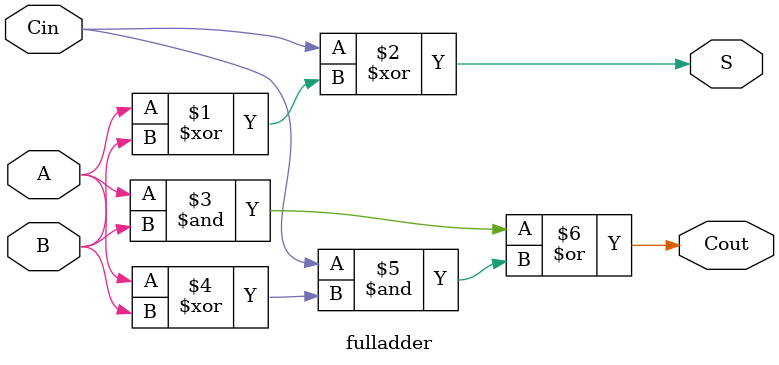
<source format=v>
`timescale 1ns / 1ps



module fulladder(output S,Cout , input A, B, Cin);
    assign S=Cin^(A^B);
    assign Cout=(A&B)|(Cin&(A^B));
endmodule

</source>
